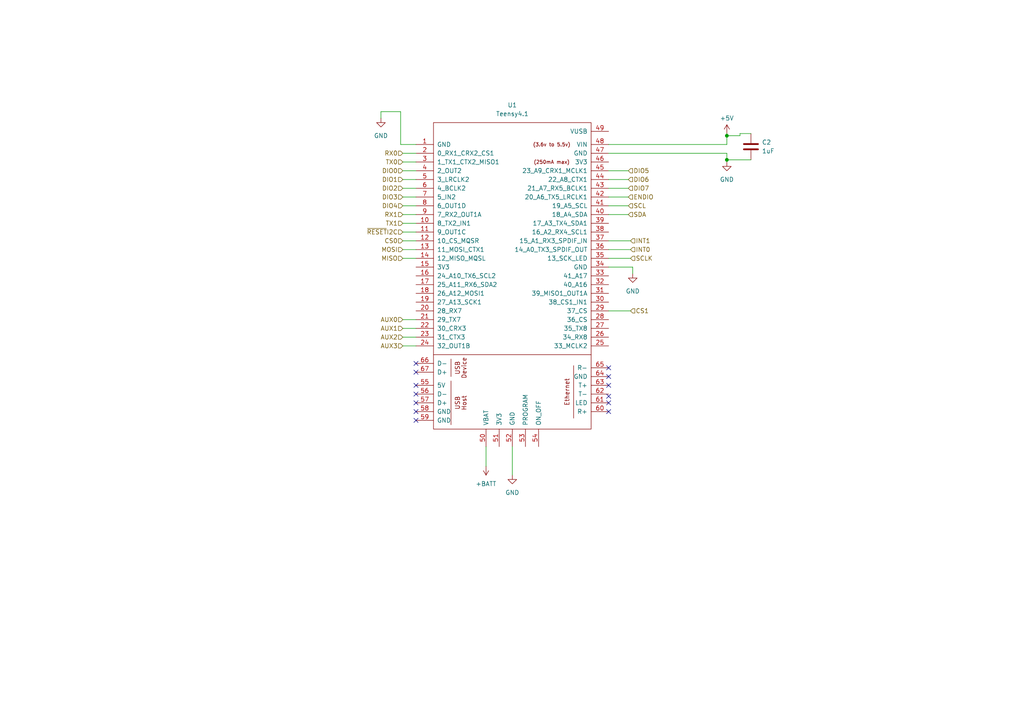
<source format=kicad_sch>
(kicad_sch (version 20230121) (generator eeschema)
  (paper "A4")
  (lib_symbols
    (symbol "Device:C" (pin_numbers hide) (pin_names (offset 0.254))
      (property "Reference" "C" (at 0.635 2.54 0))
      (property "Value" "C" (at 0.635 -2.54 0))
      (symbol "C_0_1"
        (polyline (pts (xy -2.032 -0.762) (xy 2.032 -0.762)) (stroke (width 0.508)))
        (polyline (pts (xy -2.032 0.762) (xy 2.032 0.762)) (stroke (width 0.508)))
      )
      (symbol "C_1_1"
        (pin passive line (at 0 3.81 270) (length 2.794) (name "~") (number "1"))
        (pin passive line (at 0 -3.81 90) (length 2.794) (name "~") (number "2"))
      )
    )
    (symbol "Teensy:Teensy4.1" (pin_names (offset 1.016))
      (property "Reference" "U" (at 0 64.77 0))
      (property "Value" "Teensy4.1" (at 0 62.23 0))
      (symbol "Teensy4.1_0_0"
        (polyline (pts (xy -22.86 -6.35) (xy 22.86 -6.35)))
        (polyline (pts (xy -17.78 -26.67) (xy -17.78 -13.97)))
        (polyline (pts (xy -17.78 -7.62) (xy -17.78 -12.7)))
        (polyline (pts (xy 17.78 -9.525) (xy 17.78 -24.765)))
        (text "(250mA max)" (at 11.43 49.53 0) (effects (font (size 1.016 1.016))))
        (text "(3.6v to 5.5v)" (at 11.43 54.61 0) (effects (font (size 1.016 1.016))))
        (text "Device" (at -13.97 -10.16 900) (effects (font (size 1.27 1.27))))
        (text "Ethernet" (at 15.875 -17.145 900) (effects (font (size 1.27 1.27))))
        (text "Host" (at -13.97 -20.32 900) (effects (font (size 1.27 1.27))))
        (text "USB" (at -15.875 -20.32 900) (effects (font (size 1.27 1.27))))
        (text "USB" (at -15.875 -10.16 900) (effects (font (size 1.27 1.27))))
        (pin bidirectional line (at -27.94 31.75 0) (length 5.08) (name "8_TX2_IN1") (number "10"))
        (pin bidirectional line (at -27.94 29.21 0) (length 5.08) (name "9_OUT1C") (number "11"))
        (pin bidirectional line (at -27.94 26.67 0) (length 5.08) (name "10_CS_MQSR") (number "12"))
        (pin bidirectional line (at -27.94 24.13 0) (length 5.08) (name "11_MOSI_CTX1") (number "13"))
        (pin bidirectional line (at -27.94 21.59 0) (length 5.08) (name "12_MISO_MQSL") (number "14"))
        (pin power_in line (at -27.94 19.05 0) (length 5.08) (name "3V3") (number "15"))
        (pin bidirectional line (at -27.94 16.51 0) (length 5.08) (name "24_A10_TX6_SCL2") (number "16"))
        (pin bidirectional line (at -27.94 13.97 0) (length 5.08) (name "25_A11_RX6_SDA2") (number "17"))
        (pin bidirectional line (at -27.94 11.43 0) (length 5.08) (name "26_A12_MOSI1") (number "18"))
        (pin bidirectional line (at -27.94 8.89 0) (length 5.08) (name "27_A13_SCK1") (number "19"))
        (pin bidirectional line (at -27.94 6.35 0) (length 5.08) (name "28_RX7") (number "20"))
        (pin bidirectional line (at -27.94 3.81 0) (length 5.08) (name "29_TX7") (number "21"))
        (pin bidirectional line (at -27.94 1.27 0) (length 5.08) (name "30_CRX3") (number "22"))
        (pin bidirectional line (at -27.94 -1.27 0) (length 5.08) (name "31_CTX3") (number "23"))
        (pin bidirectional line (at -27.94 -3.81 0) (length 5.08) (name "32_OUT1B") (number "24"))
        (pin bidirectional line (at 27.94 -3.81 180) (length 5.08) (name "33_MCLK2") (number "25"))
        (pin bidirectional line (at 27.94 -1.27 180) (length 5.08) (name "34_RX8") (number "26"))
        (pin bidirectional line (at 27.94 1.27 180) (length 5.08) (name "35_TX8") (number "27"))
        (pin bidirectional line (at 27.94 3.81 180) (length 5.08) (name "36_CS") (number "28"))
        (pin bidirectional line (at 27.94 6.35 180) (length 5.08) (name "37_CS") (number "29"))
        (pin bidirectional line (at 27.94 8.89 180) (length 5.08) (name "38_CS1_IN1") (number "30"))
        (pin bidirectional line (at 27.94 11.43 180) (length 5.08) (name "39_MISO1_OUT1A") (number "31"))
        (pin bidirectional line (at 27.94 13.97 180) (length 5.08) (name "40_A16") (number "32"))
        (pin bidirectional line (at 27.94 16.51 180) (length 5.08) (name "41_A17") (number "33"))
        (pin bidirectional line (at 27.94 21.59 180) (length 5.08) (name "13_SCK_LED") (number "35"))
        (pin bidirectional line (at 27.94 24.13 180) (length 5.08) (name "14_A0_TX3_SPDIF_OUT") (number "36"))
        (pin bidirectional line (at 27.94 26.67 180) (length 5.08) (name "15_A1_RX3_SPDIF_IN") (number "37"))
        (pin bidirectional line (at 27.94 29.21 180) (length 5.08) (name "16_A2_RX4_SCL1") (number "38"))
        (pin bidirectional line (at 27.94 31.75 180) (length 5.08) (name "17_A3_TX4_SDA1") (number "39"))
        (pin bidirectional line (at 27.94 34.29 180) (length 5.08) (name "18_A4_SDA") (number "40"))
        (pin bidirectional line (at 27.94 36.83 180) (length 5.08) (name "19_A5_SCL") (number "41"))
        (pin bidirectional line (at 27.94 39.37 180) (length 5.08) (name "20_A6_TX5_LRCLK1") (number "42"))
        (pin bidirectional line (at 27.94 41.91 180) (length 5.08) (name "21_A7_RX5_BCLK1") (number "43"))
        (pin bidirectional line (at 27.94 44.45 180) (length 5.08) (name "22_A8_CTX1") (number "44"))
        (pin bidirectional line (at 27.94 46.99 180) (length 5.08) (name "23_A9_CRX1_MCLK1") (number "45"))
        (pin output line (at 27.94 49.53 180) (length 5.08) (name "3V3") (number "46"))
        (pin output line (at 27.94 52.07 180) (length 5.08) (name "GND") (number "47"))
        (pin power_in line (at 27.94 54.61 180) (length 5.08) (name "VIN") (number "48"))
        (pin power_out line (at 27.94 58.42 180) (length 5.08) (name "VUSB") (number "49"))
        (pin bidirectional line (at -27.94 44.45 0) (length 5.08) (name "3_LRCLK2") (number "5"))
        (pin power_in line (at -7.62 -33.02 90) (length 5.08) (name "VBAT") (number "50"))
        (pin power_in line (at -3.81 -33.02 90) (length 5.08) (name "3V3") (number "51"))
        (pin input line (at 0 -33.02 90) (length 5.08) (name "GND") (number "52"))
        (pin input line (at 3.81 -33.02 90) (length 5.08) (name "PROGRAM") (number "53"))
        (pin input line (at 7.62 -33.02 90) (length 5.08) (name "ON_OFF") (number "54"))
        (pin power_out line (at -27.94 -15.24 0) (length 5.08) (name "5V") (number "55"))
        (pin bidirectional line (at -27.94 -17.78 0) (length 5.08) (name "D-") (number "56"))
        (pin bidirectional line (at -27.94 -20.32 0) (length 5.08) (name "D+") (number "57"))
        (pin power_in line (at -27.94 -22.86 0) (length 5.08) (name "GND") (number "58"))
        (pin power_in line (at -27.94 -25.4 0) (length 5.08) (name "GND") (number "59"))
        (pin bidirectional line (at -27.94 41.91 0) (length 5.08) (name "4_BCLK2") (number "6"))
        (pin bidirectional line (at 27.94 -22.86 180) (length 5.08) (name "R+") (number "60"))
        (pin bidirectional line (at 27.94 -20.32 180) (length 5.08) (name "LED") (number "61"))
        (pin bidirectional line (at 27.94 -17.78 180) (length 5.08) (name "T-") (number "62"))
        (pin bidirectional line (at 27.94 -15.24 180) (length 5.08) (name "T+") (number "63"))
        (pin power_in line (at 27.94 -12.7 180) (length 5.08) (name "GND") (number "64"))
        (pin bidirectional line (at 27.94 -10.16 180) (length 5.08) (name "R-") (number "65"))
        (pin bidirectional line (at -27.94 -8.89 0) (length 5.08) (name "D-") (number "66"))
        (pin bidirectional line (at -27.94 -11.43 0) (length 5.08) (name "D+") (number "67"))
        (pin bidirectional line (at -27.94 39.37 0) (length 5.08) (name "5_IN2") (number "7"))
        (pin bidirectional line (at -27.94 36.83 0) (length 5.08) (name "6_OUT1D") (number "8"))
        (pin bidirectional line (at -27.94 34.29 0) (length 5.08) (name "7_RX2_OUT1A") (number "9"))
      )
      (symbol "Teensy4.1_0_1"
        (rectangle (start -22.86 60.96) (end 22.86 -27.94))
        (rectangle (start -20.32 -1.27) (end -20.32 -1.27))
      )
      (symbol "Teensy4.1_1_1"
        (pin power_in line (at -27.94 54.61 0) (length 5.08) (name "GND") (number "1"))
        (pin bidirectional line (at -27.94 52.07 0) (length 5.08) (name "0_RX1_CRX2_CS1") (number "2"))
        (pin bidirectional line (at -27.94 49.53 0) (length 5.08) (name "1_TX1_CTX2_MISO1") (number "3"))
        (pin power_in line (at 27.94 19.05 180) (length 5.08) (name "GND") (number "34"))
        (pin bidirectional line (at -27.94 46.99 0) (length 5.08) (name "2_OUT2") (number "4"))
      )
    )
    (symbol "power:+5V" (power) (pin_names (offset 0))
      (property "Value" "+5V" (at 0 3.556 0))
      (symbol "+5V_0_1"
        (polyline (pts (xy -0.762 1.27) (xy 0 2.54)))
        (polyline (pts (xy 0 0) (xy 0 2.54)))
        (polyline (pts (xy 0 2.54) (xy 0.762 1.27)))
      )
      (symbol "+5V_1_1"
        (pin power_in line (at 0 0 90) (length 0) hide (name "+5V") (number "1"))
      )
    )
    (symbol "power:+BATT" (power) (pin_names (offset 0))
      (property "Value" "+BATT" (at 0 3.556 0))
      (symbol "+BATT_0_1"
        (polyline (pts (xy -0.762 1.27) (xy 0 2.54)))
        (polyline (pts (xy 0 0) (xy 0 2.54)))
        (polyline (pts (xy 0 2.54) (xy 0.762 1.27)))
      )
      (symbol "+BATT_1_1"
        (pin power_in line (at 0 0 90) (length 0) hide (name "+BATT") (number "1"))
      )
    )
    (symbol "power:GND" (power) (pin_names (offset 0))
      (property "Value" "GND" (at 0 -3.81 0))
      (symbol "GND_0_1"
        (polyline (pts (xy 0 0) (xy 0 -1.27) (xy 1.27 -1.27) (xy 0 -2.54) (xy -1.27 -1.27) (xy 0 -1.27)))
      )
      (symbol "GND_1_1"
        (pin power_in line (at 0 0 270) (length 0) hide (name "GND") (number "1"))
      )
    )
  )
  (junction (at 210.82 39.37))
  (junction (at 210.82 46.355))
  (no_connect (at 120.65 107.95))
  (no_connect (at 176.53 111.76))
  (no_connect (at 176.53 116.84))
  (no_connect (at 120.65 114.3))
  (no_connect (at 176.53 114.935))
  (no_connect (at 120.65 121.92))
  (no_connect (at 120.65 116.84))
  (no_connect (at 176.53 109.22))
  (no_connect (at 120.65 119.38))
  (no_connect (at 120.65 111.76))
  (no_connect (at 176.53 119.38))
  (no_connect (at 120.65 105.41))
  (no_connect (at 176.53 106.68))
  (wire (pts (xy 176.53 74.93) (xy 182.88 74.93)))
  (wire (pts (xy 116.84 74.93) (xy 120.65 74.93)))
  (wire (pts (xy 176.53 69.85) (xy 182.88 69.85)))
  (wire (pts (xy 176.53 54.61) (xy 182.245 54.61)))
  (wire (pts (xy 116.84 64.77) (xy 120.65 64.77)))
  (wire (pts (xy 214.63 38.735) (xy 214.63 39.37)))
  (wire (pts (xy 116.205 41.91) (xy 116.205 32.385)))
  (wire (pts (xy 148.59 129.54) (xy 148.59 137.795)))
  (wire (pts (xy 176.53 57.15) (xy 182.245 57.15)))
  (wire (pts (xy 210.82 46.355) (xy 210.82 46.99)))
  (wire (pts (xy 176.53 44.45) (xy 210.82 44.45)))
  (wire (pts (xy 210.82 39.37) (xy 210.82 38.735)))
  (wire (pts (xy 116.84 57.15) (xy 120.65 57.15)))
  (wire (pts (xy 176.53 77.47) (xy 183.515 77.47)))
  (wire (pts (xy 176.53 59.69) (xy 182.245 59.69)))
  (wire (pts (xy 116.84 59.69) (xy 120.65 59.69)))
  (wire (pts (xy 116.84 69.85) (xy 120.65 69.85)))
  (wire (pts (xy 176.53 62.23) (xy 182.245 62.23)))
  (wire (pts (xy 116.84 92.71) (xy 120.65 92.71)))
  (wire (pts (xy 116.84 62.23) (xy 120.65 62.23)))
  (wire (pts (xy 183.515 77.47) (xy 183.515 79.375)))
  (wire (pts (xy 140.97 129.54) (xy 140.97 135.255)))
  (wire (pts (xy 116.84 72.39) (xy 120.65 72.39)))
  (wire (pts (xy 214.63 39.37) (xy 210.82 39.37)))
  (wire (pts (xy 217.805 38.735) (xy 214.63 38.735)))
  (wire (pts (xy 176.53 41.91) (xy 210.82 41.91)))
  (wire (pts (xy 116.84 52.07) (xy 120.65 52.07)))
  (wire (pts (xy 116.84 97.79) (xy 120.65 97.79)))
  (wire (pts (xy 176.53 72.39) (xy 182.88 72.39)))
  (wire (pts (xy 116.84 54.61) (xy 120.65 54.61)))
  (wire (pts (xy 176.53 52.07) (xy 182.245 52.07)))
  (wire (pts (xy 116.84 95.25) (xy 120.65 95.25)))
  (wire (pts (xy 210.82 46.355) (xy 217.805 46.355)))
  (wire (pts (xy 120.65 41.91) (xy 116.205 41.91)))
  (wire (pts (xy 116.84 100.33) (xy 120.65 100.33)))
  (wire (pts (xy 116.84 67.31) (xy 120.65 67.31)))
  (wire (pts (xy 210.82 44.45) (xy 210.82 46.355)))
  (wire (pts (xy 116.84 49.53) (xy 120.65 49.53)))
  (wire (pts (xy 176.53 49.53) (xy 182.245 49.53)))
  (wire (pts (xy 110.49 32.385) (xy 110.49 34.29)))
  (wire (pts (xy 116.84 44.45) (xy 120.65 44.45)))
  (wire (pts (xy 176.53 90.17) (xy 182.88 90.17)))
  (wire (pts (xy 210.82 41.91) (xy 210.82 39.37)))
  (wire (pts (xy 116.84 46.99) (xy 120.65 46.99)))
  (wire (pts (xy 116.205 32.385) (xy 110.49 32.385)))
  (hierarchical_label "DIO7" (shape input) (at 182.245 54.61 0))
  (hierarchical_label "SDA" (shape input) (at 182.245 62.23 0))
  (hierarchical_label "~{RESET}I2C" (shape input) (at 116.84 67.31 180))
  (hierarchical_label "MOSI" (shape input) (at 116.84 72.39 180))
  (hierarchical_label "DIO3" (shape input) (at 116.84 57.15 180))
  (hierarchical_label "AUX0" (shape input) (at 116.84 92.71 180))
  (hierarchical_label "MISO" (shape input) (at 116.84 74.93 180))
  (hierarchical_label "DIO1" (shape input) (at 116.84 52.07 180))
  (hierarchical_label "DIO6" (shape input) (at 182.245 52.07 0))
  (hierarchical_label "CS0" (shape input) (at 116.84 69.85 180))
  (hierarchical_label "AUX3" (shape input) (at 116.84 100.33 180))
  (hierarchical_label "INT1" (shape input) (at 182.88 69.85 0))
  (hierarchical_label "TX0" (shape input) (at 116.84 46.99 180))
  (hierarchical_label "DIO0" (shape input) (at 116.84 49.53 180))
  (hierarchical_label "AUX2" (shape input) (at 116.84 97.79 180))
  (hierarchical_label "DIO4" (shape input) (at 116.84 59.69 180))
  (hierarchical_label "SCLK" (shape input) (at 182.88 74.93 0))
  (hierarchical_label "TX1" (shape input) (at 116.84 64.77 180))
  (hierarchical_label "RX1" (shape input) (at 116.84 62.23 180))
  (hierarchical_label "CS1" (shape input) (at 182.88 90.17 0))
  (hierarchical_label "DIO2" (shape input) (at 116.84 54.61 180))
  (hierarchical_label "INT0" (shape input) (at 182.88 72.39 0))
  (hierarchical_label "SCL" (shape input) (at 182.245 59.69 0))
  (hierarchical_label "RX0" (shape input) (at 116.84 44.45 180))
  (hierarchical_label "ENDIO" (shape input) (at 182.245 57.15 0))
  (hierarchical_label "DIO5" (shape input) (at 182.245 49.53 0))
  (hierarchical_label "AUX1" (shape input) (at 116.84 95.25 180))
  (symbol (lib_id "Teensy:Teensy4.1") (at 148.59 96.52 0) (unit 1)
    (property "Reference" "U1" (at 148.59 30.48 0))
    (property "Value" "Teensy4.1" (at 148.59 33.02 0))
    (property "Footprint" "Teensy:Teensy41" (effects hide))
  )
  (symbol (lib_id "power:GND") (at 148.59 137.795 0) (unit 1)
    (property "Reference" "#PWR09" (effects hide))
    (property "Value" "GND" (at 148.59 142.875 0))
  )
  (symbol (lib_id "power:+BATT") (at 140.97 135.255 180) (unit 1)
    (property "Reference" "#PWR08" (effects hide))
    (property "Value" "+BATT" (at 140.97 140.335 0))
  )
  (symbol (lib_id "power:GND") (at 183.515 79.375 0) (unit 1)
    (property "Reference" "#PWR010" (effects hide))
    (property "Value" "GND" (at 183.515 84.455 0))
  )
  (symbol (lib_id "power:GND") (at 110.49 34.29 0) (unit 1)
    (property "Reference" "#PWR07" (effects hide))
    (property "Value" "GND" (at 110.49 39.37 0))
  )
  (symbol (lib_id "power:GND") (at 210.82 46.99 0) (unit 1)
    (property "Reference" "#PWR012" (effects hide))
    (property "Value" "GND" (at 210.82 52.07 0))
  )
  (symbol (lib_id "Device:C") (at 217.805 42.545 0) (unit 1)
    (property "Reference" "C2" (at 220.98 41.275 0) (effects (justify left)))
    (property "Value" "1uF" (at 220.98 43.815 0) (effects (justify left)))
    (property "Footprint" "Capacitor_SMD:C_0805_2012Metric" (effects hide))
    (instances (project "TeensyIrrigation" (path "" (reference "C2") (unit 1)) (path "" (reference "C7") (unit 1)) (path "" (reference "C11") (unit 1)) (path "" (reference "C15") (unit 1)) (path "" (reference "C17") (unit 1)) (path "" (reference "C18") (unit 1)) (path "" (reference "C1") (unit 1))))
  )
  (symbol (lib_id "power:+5V") (at 210.82 38.735 0) (unit 1)
    (property "Reference" "#PWR011" (effects hide))
    (property "Value" "+5V" (at 210.82 34.29 0))
  )
)
</source>
